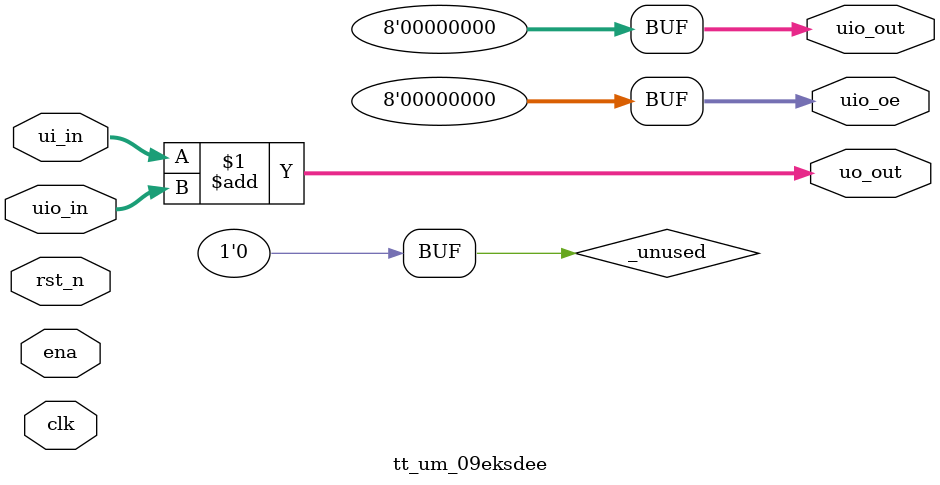
<source format=v>
/*
 * Copyright (c) 2024 Your Name
 * SPDX-License-Identifier: Apache-2.0
 */

`default_nettype none

module tt_um_09eksdee (
    input  wire [7:0] ui_in,    // Dedicated inputs
    output wire [7:0] uo_out,   // Dedicated outputs
    input  wire [7:0] uio_in,   // IOs: Input path
    output wire [7:0] uio_out,  // IOs: Output path
    output wire [7:0] uio_oe,   // IOs: Enable path (active high: 0=input, 1=output)
    input  wire       ena,      // always 1 when the design is powered, so you can ignore it
    input  wire       clk,      // clock
    input  wire       rst_n     // reset_n - low to reset
);

  // All output pins must be assigned. If not used, assign to 0.
  assign uo_out  = ui_in + uio_in;  // Example: ou_out is the sum of ui_in and uio_in
  assign uio_out = 0;
  assign uio_oe  = 0;

  // List all unused inputs to prevent warnings
  wire _unused = &{ena, clk, rst_n, 1'b0};

endmodule

</source>
